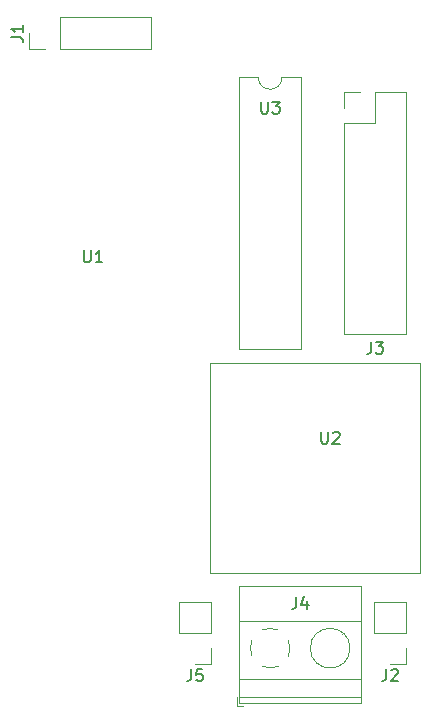
<source format=gbr>
G04 #@! TF.GenerationSoftware,KiCad,Pcbnew,(5.1.5)-3*
G04 #@! TF.CreationDate,2020-04-07T15:58:51+02:00*
G04 #@! TF.ProjectId,DrSquigglesController,44725371-7569-4676-976c-6573436f6e74,rev?*
G04 #@! TF.SameCoordinates,Original*
G04 #@! TF.FileFunction,Legend,Top*
G04 #@! TF.FilePolarity,Positive*
%FSLAX46Y46*%
G04 Gerber Fmt 4.6, Leading zero omitted, Abs format (unit mm)*
G04 Created by KiCad (PCBNEW (5.1.5)-3) date 2020-04-07 15:58:51*
%MOMM*%
%LPD*%
G04 APERTURE LIST*
%ADD10C,0.120000*%
%ADD11C,0.150000*%
G04 APERTURE END LIST*
D10*
X125790000Y-113090000D02*
X124460000Y-113090000D01*
X125790000Y-111760000D02*
X125790000Y-113090000D01*
X125790000Y-110490000D02*
X123130000Y-110490000D01*
X123130000Y-110490000D02*
X123130000Y-107890000D01*
X125790000Y-110490000D02*
X125790000Y-107890000D01*
X125790000Y-107890000D02*
X123130000Y-107890000D01*
X133460000Y-63440000D02*
X131810000Y-63440000D01*
X133460000Y-86420000D02*
X133460000Y-63440000D01*
X128160000Y-86420000D02*
X133460000Y-86420000D01*
X128160000Y-63440000D02*
X128160000Y-86420000D01*
X129810000Y-63440000D02*
X128160000Y-63440000D01*
X131810000Y-63440000D02*
G75*
G02X129810000Y-63440000I-1000000J0D01*
G01*
X125730000Y-105410000D02*
X125730000Y-87630000D01*
X143510000Y-105410000D02*
X125730000Y-105410000D01*
X143510000Y-87630000D02*
X143510000Y-105410000D01*
X125730000Y-87630000D02*
X143510000Y-87630000D01*
X127970000Y-116660000D02*
X128470000Y-116660000D01*
X127970000Y-115920000D02*
X127970000Y-116660000D01*
X134663000Y-112783000D02*
X134616000Y-112829000D01*
X136960000Y-110485000D02*
X136925000Y-110521000D01*
X134856000Y-112999000D02*
X134821000Y-113034000D01*
X137165000Y-110691000D02*
X137118000Y-110737000D01*
X138490000Y-106499000D02*
X138490000Y-116420000D01*
X128210000Y-106499000D02*
X128210000Y-116420000D01*
X128210000Y-116420000D02*
X138490000Y-116420000D01*
X128210000Y-106499000D02*
X138490000Y-106499000D01*
X128210000Y-109459000D02*
X138490000Y-109459000D01*
X128210000Y-114360000D02*
X138490000Y-114360000D01*
X128210000Y-115860000D02*
X138490000Y-115860000D01*
X137570000Y-111760000D02*
G75*
G03X137570000Y-111760000I-1680000J0D01*
G01*
X130838805Y-113440253D02*
G75*
G02X130126000Y-113295000I-28805J1680253D01*
G01*
X129274574Y-112443042D02*
G75*
G02X129275000Y-111076000I1535426J683042D01*
G01*
X130126958Y-110224574D02*
G75*
G02X131494000Y-110225000I683042J-1535426D01*
G01*
X132345426Y-111076958D02*
G75*
G02X132345000Y-112444000I-1535426J-683042D01*
G01*
X131493318Y-113294756D02*
G75*
G02X130810000Y-113440000I-683318J1534756D01*
G01*
X137100000Y-64710000D02*
X138430000Y-64710000D01*
X137100000Y-66040000D02*
X137100000Y-64710000D01*
X139700000Y-64710000D02*
X142300000Y-64710000D01*
X139700000Y-67310000D02*
X139700000Y-64710000D01*
X137100000Y-67310000D02*
X139700000Y-67310000D01*
X142300000Y-64710000D02*
X142300000Y-85150000D01*
X137100000Y-67310000D02*
X137100000Y-85150000D01*
X137100000Y-85150000D02*
X142300000Y-85150000D01*
X142300000Y-113090000D02*
X140970000Y-113090000D01*
X142300000Y-111760000D02*
X142300000Y-113090000D01*
X142300000Y-110490000D02*
X139640000Y-110490000D01*
X139640000Y-110490000D02*
X139640000Y-107890000D01*
X142300000Y-110490000D02*
X142300000Y-107890000D01*
X142300000Y-107890000D02*
X139640000Y-107890000D01*
X110430000Y-61020000D02*
X110430000Y-59690000D01*
X111760000Y-61020000D02*
X110430000Y-61020000D01*
X113030000Y-61020000D02*
X113030000Y-58360000D01*
X113030000Y-58360000D02*
X120710000Y-58360000D01*
X113030000Y-61020000D02*
X120710000Y-61020000D01*
X120710000Y-61020000D02*
X120710000Y-58360000D01*
D11*
X124126666Y-113542380D02*
X124126666Y-114256666D01*
X124079047Y-114399523D01*
X123983809Y-114494761D01*
X123840952Y-114542380D01*
X123745714Y-114542380D01*
X125079047Y-113542380D02*
X124602857Y-113542380D01*
X124555238Y-114018571D01*
X124602857Y-113970952D01*
X124698095Y-113923333D01*
X124936190Y-113923333D01*
X125031428Y-113970952D01*
X125079047Y-114018571D01*
X125126666Y-114113809D01*
X125126666Y-114351904D01*
X125079047Y-114447142D01*
X125031428Y-114494761D01*
X124936190Y-114542380D01*
X124698095Y-114542380D01*
X124602857Y-114494761D01*
X124555238Y-114447142D01*
X115035094Y-78079379D02*
X115035094Y-78888903D01*
X115082713Y-78984141D01*
X115130332Y-79031760D01*
X115225570Y-79079379D01*
X115416046Y-79079379D01*
X115511284Y-79031760D01*
X115558903Y-78984141D01*
X115606522Y-78888903D01*
X115606522Y-78079379D01*
X116606522Y-79079379D02*
X116035094Y-79079379D01*
X116320808Y-79079379D02*
X116320808Y-78079379D01*
X116225570Y-78222237D01*
X116130332Y-78317475D01*
X116035094Y-78365094D01*
X130048095Y-65492380D02*
X130048095Y-66301904D01*
X130095714Y-66397142D01*
X130143333Y-66444761D01*
X130238571Y-66492380D01*
X130429047Y-66492380D01*
X130524285Y-66444761D01*
X130571904Y-66397142D01*
X130619523Y-66301904D01*
X130619523Y-65492380D01*
X131000476Y-65492380D02*
X131619523Y-65492380D01*
X131286190Y-65873333D01*
X131429047Y-65873333D01*
X131524285Y-65920952D01*
X131571904Y-65968571D01*
X131619523Y-66063809D01*
X131619523Y-66301904D01*
X131571904Y-66397142D01*
X131524285Y-66444761D01*
X131429047Y-66492380D01*
X131143333Y-66492380D01*
X131048095Y-66444761D01*
X131000476Y-66397142D01*
X135128095Y-93432380D02*
X135128095Y-94241904D01*
X135175714Y-94337142D01*
X135223333Y-94384761D01*
X135318571Y-94432380D01*
X135509047Y-94432380D01*
X135604285Y-94384761D01*
X135651904Y-94337142D01*
X135699523Y-94241904D01*
X135699523Y-93432380D01*
X136128095Y-93527619D02*
X136175714Y-93480000D01*
X136270952Y-93432380D01*
X136509047Y-93432380D01*
X136604285Y-93480000D01*
X136651904Y-93527619D01*
X136699523Y-93622857D01*
X136699523Y-93718095D01*
X136651904Y-93860952D01*
X136080476Y-94432380D01*
X136699523Y-94432380D01*
X133016666Y-107402380D02*
X133016666Y-108116666D01*
X132969047Y-108259523D01*
X132873809Y-108354761D01*
X132730952Y-108402380D01*
X132635714Y-108402380D01*
X133921428Y-107735714D02*
X133921428Y-108402380D01*
X133683333Y-107354761D02*
X133445238Y-108069047D01*
X134064285Y-108069047D01*
X139366666Y-85812380D02*
X139366666Y-86526666D01*
X139319047Y-86669523D01*
X139223809Y-86764761D01*
X139080952Y-86812380D01*
X138985714Y-86812380D01*
X139747619Y-85812380D02*
X140366666Y-85812380D01*
X140033333Y-86193333D01*
X140176190Y-86193333D01*
X140271428Y-86240952D01*
X140319047Y-86288571D01*
X140366666Y-86383809D01*
X140366666Y-86621904D01*
X140319047Y-86717142D01*
X140271428Y-86764761D01*
X140176190Y-86812380D01*
X139890476Y-86812380D01*
X139795238Y-86764761D01*
X139747619Y-86717142D01*
X140636666Y-113542380D02*
X140636666Y-114256666D01*
X140589047Y-114399523D01*
X140493809Y-114494761D01*
X140350952Y-114542380D01*
X140255714Y-114542380D01*
X141065238Y-113637619D02*
X141112857Y-113590000D01*
X141208095Y-113542380D01*
X141446190Y-113542380D01*
X141541428Y-113590000D01*
X141589047Y-113637619D01*
X141636666Y-113732857D01*
X141636666Y-113828095D01*
X141589047Y-113970952D01*
X141017619Y-114542380D01*
X141636666Y-114542380D01*
X108882380Y-60023333D02*
X109596666Y-60023333D01*
X109739523Y-60070952D01*
X109834761Y-60166190D01*
X109882380Y-60309047D01*
X109882380Y-60404285D01*
X109882380Y-59023333D02*
X109882380Y-59594761D01*
X109882380Y-59309047D02*
X108882380Y-59309047D01*
X109025238Y-59404285D01*
X109120476Y-59499523D01*
X109168095Y-59594761D01*
M02*

</source>
